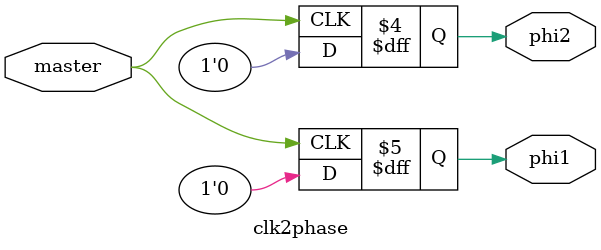
<source format=v>
`timescale 1ns / 1ps


module clk2phase(
input master,
output reg phi1,
output reg phi2  );

initial begin
phi1 = 0;
phi2 = 0;
end

always@(posedge master) begin
#1 phi1<=1;
#4 phi1 <=0;
end

always @ (negedge master) begin
#1 phi2<=1;
#4 phi2<=0;
end

endmodule

</source>
